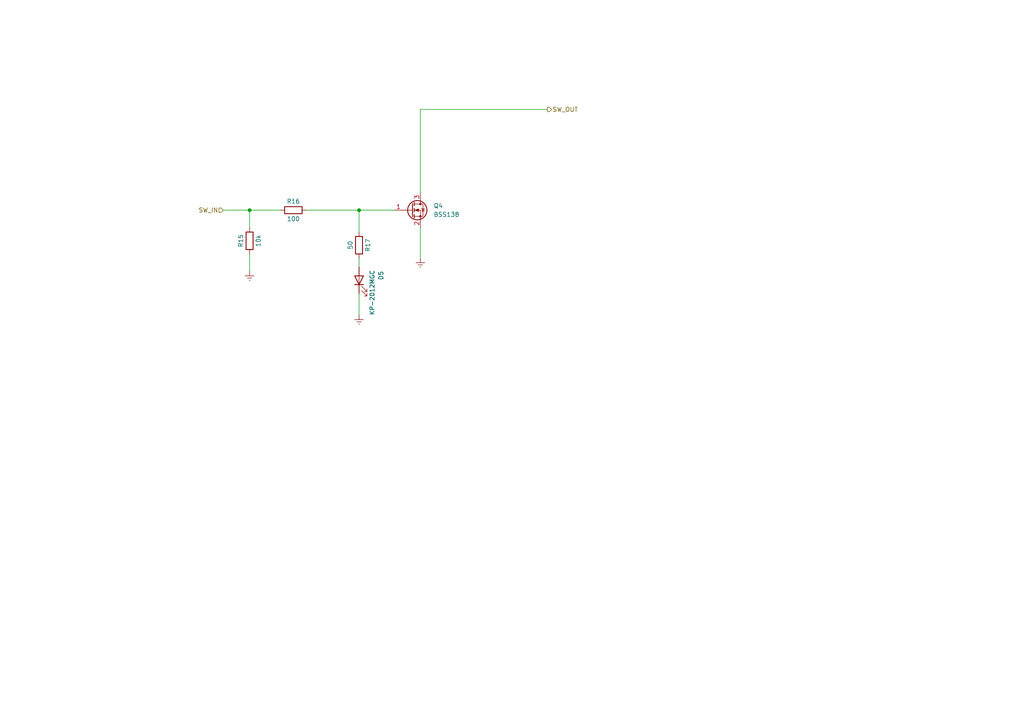
<source format=kicad_sch>
(kicad_sch (version 20231120) (generator "eeschema") (generator_version "8.0")
  (paper "A4")
  (lib_symbols
    (symbol "Device:LED" (pin_numbers hide) (pin_names (offset 1.016) hide)
      (property "Reference" "D" (at 0 2.54 0))
      (property "Value" "LED" (at 0 -2.54 0))
      (symbol "LED_0_1"
        (polyline (pts (xy -1.27 -1.27) (xy -1.27 1.27)) (stroke (width 0.254)))
        (polyline (pts (xy -1.27 0) (xy 1.27 0)))
        (polyline (pts (xy 1.27 -1.27) (xy 1.27 1.27) (xy -1.27 0) (xy 1.27 -1.27)) (stroke (width 0.254)))
        (polyline (pts (xy -3.048 -0.762) (xy -4.572 -2.286) (xy -3.81 -2.286) (xy -4.572 -2.286) (xy -4.572 -1.524)))
        (polyline (pts (xy -1.778 -0.762) (xy -3.302 -2.286) (xy -2.54 -2.286) (xy -3.302 -2.286) (xy -3.302 -1.524)))
      )
      (symbol "LED_1_1"
        (pin passive line (at -3.81 0 0) (length 2.54) (name "K") (number "1"))
        (pin passive line (at 3.81 0 180) (length 2.54) (name "A") (number "2"))
      )
    )
    (symbol "Device:R" (pin_numbers hide) (pin_names (offset 0))
      (property "Reference" "R" (at 2.032 0 90))
      (property "Value" "R" (at 0 0 90))
      (symbol "R_0_1"
        (rectangle (start -1.016 -2.54) (end 1.016 2.54) (stroke (width 0.254)))
      )
      (symbol "R_1_1"
        (pin passive line (at 0 3.81 270) (length 1.27) (name "~") (number "1"))
        (pin passive line (at 0 -3.81 90) (length 1.27) (name "~") (number "2"))
      )
    )
    (symbol "Transistor_FET:BSS138" (pin_names hide)
      (property "Reference" "Q" (at 5.08 1.905 0))
      (property "Value" "BSS138" (at 5.08 0 0))
      (symbol "BSS138_0_1"
        (polyline (pts (xy 0.254 0) (xy -2.54 0)))
        (polyline (pts (xy 0.254 1.905) (xy 0.254 -1.905)) (stroke (width 0.254)))
        (polyline (pts (xy 0.762 -1.27) (xy 0.762 -2.286)) (stroke (width 0.254)))
        (polyline (pts (xy 0.762 0.508) (xy 0.762 -0.508)) (stroke (width 0.254)))
        (polyline (pts (xy 0.762 2.286) (xy 0.762 1.27)) (stroke (width 0.254)))
        (polyline (pts (xy 2.54 2.54) (xy 2.54 1.778)))
        (polyline (pts (xy 2.54 -2.54) (xy 2.54 0) (xy 0.762 0)))
        (polyline (pts (xy 0.762 -1.778) (xy 3.302 -1.778) (xy 3.302 1.778) (xy 0.762 1.778)))
        (polyline (pts (xy 1.016 0) (xy 2.032 0.381) (xy 2.032 -0.381) (xy 1.016 0)) (fill (type outline)))
        (polyline (pts (xy 2.794 0.508) (xy 2.921 0.381) (xy 3.683 0.381) (xy 3.81 0.254)))
        (polyline (pts (xy 3.302 0.381) (xy 2.921 -0.254) (xy 3.683 -0.254) (xy 3.302 0.381)))
        (circle (center 1.651 0) (radius 2.794) (stroke (width 0.254)))
        (circle (center 2.54 -1.778) (radius 0.254) (fill (type outline)))
        (circle (center 2.54 1.778) (radius 0.254) (fill (type outline)))
      )
      (symbol "BSS138_1_1"
        (pin input line (at -5.08 0 0) (length 2.54) (name "G") (number "1"))
        (pin passive line (at 2.54 -5.08 90) (length 2.54) (name "S") (number "2"))
        (pin passive line (at 2.54 5.08 270) (length 2.54) (name "D") (number "3"))
      )
    )
    (symbol "power:Earth" (power) (pin_names (offset 0))
      (symbol "Earth_0_1"
        (polyline (pts (xy -0.635 -1.905) (xy 0.635 -1.905)))
        (polyline (pts (xy -0.127 -2.54) (xy 0.127 -2.54)))
        (polyline (pts (xy 0 -1.27) (xy 0 0)))
        (polyline (pts (xy 1.27 -1.27) (xy -1.27 -1.27)))
      )
      (symbol "Earth_1_1"
        (pin power_in line (at 0 0 270) (length 0) hide (name "Earth") (number "1"))
      )
    )
  )
  (junction (at 72.39 60.96))
  (junction (at 104.14 60.96))
  (wire (pts (xy 158.75 31.75) (xy 121.92 31.75)))
  (wire (pts (xy 114.3 60.96) (xy 104.14 60.96)))
  (wire (pts (xy 64.77 60.96) (xy 72.39 60.96)))
  (wire (pts (xy 121.92 31.75) (xy 121.92 55.88)))
  (wire (pts (xy 104.14 85.09) (xy 104.14 91.44)))
  (wire (pts (xy 72.39 60.96) (xy 72.39 66.04)))
  (wire (pts (xy 104.14 77.47) (xy 104.14 74.93)))
  (wire (pts (xy 72.39 60.96) (xy 81.28 60.96)))
  (wire (pts (xy 104.14 60.96) (xy 88.9 60.96)))
  (wire (pts (xy 121.92 74.93) (xy 121.92 66.04)))
  (wire (pts (xy 104.14 67.31) (xy 104.14 60.96)))
  (wire (pts (xy 72.39 73.66) (xy 72.39 78.74)))
  (hierarchical_label "SW_IN" (shape input) (at 64.77 60.96 180))
  (hierarchical_label "SW_OUT" (shape output) (at 158.75 31.75 0))
  (symbol (lib_id "Transistor_FET:BSS138") (at 119.38 60.96 0) (unit 1)
    (property "Reference" "Q4" (at 125.73 59.6899 0) (effects (justify left)))
    (property "Value" "BSS138" (at 125.73 62.2299 0) (effects (justify left)))
    (property "Footprint" "Package_TO_SOT_SMD:SOT-23" (effects (hide yes)))
    (property "Datasheet" "https://www.onsemi.com/pub/Collateral/BSS138-D.PDF" (effects (hide yes)))
    (property "Description" "50V Vds, 0.22A Id, N-Channel MOSFET, SOT-23" (effects (hide yes)))
    (instances (project "sensor_current_stand" (path "" (reference "Q4") (unit 1)) (path "" (reference "Q5") (unit 1)) (path "" (reference "Q15") (unit 1)) (path "" (reference "Q16") (unit 1)) (path "" (reference "Q21") (unit 1)) (path "" (reference "Q23") (unit 1)) (path "" (reference "Q30") (unit 1)) (path "" (reference "Q32") (unit 1)) (path "" (reference "Q3") (unit 1)) (path "" (reference "Q6") (unit 1)) (path "" (reference "Q7") (unit 1)) (path "" (reference "Q9") (unit 1)) (path "" (reference "Q10") (unit 1)) (path "" (reference "Q8") (unit 1)) (path "" (reference "Q11") (unit 1)) (path "" (reference "Q17") (unit 1)) (path "" (reference "Q12") (unit 1)) (path "" (reference "Q13") (unit 1)) (path "" (reference "Q14") (unit 1)) (path "" (reference "Q2") (unit 1)) (path "" (reference "Q18") (unit 1)) (path "" (reference "Q19") (unit 1)) (path "" (reference "Q22") (unit 1)) (path "" (reference "Q24") (unit 1)) (path "" (reference "Q25") (unit 1)) (path "" (reference "Q20") (unit 1)) (path "" (reference "Q26") (unit 1)) (path "" (reference "Q1") (unit 1)) (path "" (reference "Q27") (unit 1)) (path "" (reference "Q29") (unit 1)) (path "" (reference "Q28") (unit 1)) (path "" (reference "Q31") (unit 1))))
  )
  (symbol (lib_id "power:Earth") (at 121.92 74.93 0) (unit 1)
    (property "Reference" "#PWR034" (effects (hide yes)))
    (property "Value" "Earth" (effects (hide yes)))
    (instances (project "sensor_current_stand" (path "" (reference "#PWR034") (unit 1)) (path "" (reference "#PWR037") (unit 1)) (path "" (reference "#PWR068") (unit 1)) (path "" (reference "#PWR071") (unit 1)) (path "" (reference "#PWR088") (unit 1)) (path "" (reference "#PWR094") (unit 1)) (path "" (reference "#PWR0115") (unit 1)) (path "" (reference "#PWR0121") (unit 1)) (path "" (reference "#PWR030") (unit 1)) (path "" (reference "#PWR040") (unit 1)) (path "" (reference "#PWR043") (unit 1)) (path "" (reference "#PWR049") (unit 1)) (path "" (reference "#PWR052") (unit 1)) (path "" (reference "#PWR046") (unit 1)) (path "" (reference "#PWR055") (unit 1)) (path "" (reference "#PWR074") (unit 1)) (path "" (reference "#PWR059") (unit 1)) (path "" (reference "#PWR062") (unit 1)) (path "" (reference "#PWR065") (unit 1)) (path "" (reference "#PWR027") (unit 1)) (path "" (reference "#PWR077") (unit 1)) (path "" (reference "#PWR080") (unit 1)) (path "" (reference "#PWR091") (unit 1)) (path "" (reference "#PWR097") (unit 1)) (path "" (reference "#PWR0100") (unit 1)) (path "" (reference "#PWR085") (unit 1)) (path "" (reference "#PWR0103") (unit 1)) (path "" (reference "#PWR017") (unit 1)) (path "" (reference "#PWR0106") (unit 1)) (path "" (reference "#PWR0112") (unit 1)) (path "" (reference "#PWR0109") (unit 1)) (path "" (reference "#PWR0118") (unit 1))))
  )
  (symbol (lib_id "Device:LED") (at 104.14 81.28 90) (unit 1)
    (property "Reference" "D5" (at 110.49 81.28 0) (effects (justify left)))
    (property "Value" "KP-2012MGC" (at 107.95 91.44 0) (effects (justify left)))
    (property "Footprint" "LED_SMD:LED_0805_2012Metric_Pad1.15x1.40mm_HandSolder" (effects (hide yes)))
    (instances (project "sensor_current_stand" (path "" (reference "D5") (unit 1)) (path "" (reference "D6") (unit 1)) (path "" (reference "D16") (unit 1)) (path "" (reference "D17") (unit 1)) (path "" (reference "D22") (unit 1)) (path "" (reference "D24") (unit 1)) (path "" (reference "D31") (unit 1)) (path "" (reference "D33") (unit 1)) (path "" (reference "D4") (unit 1)) (path "" (reference "D7") (unit 1)) (path "" (reference "D8") (unit 1)) (path "" (reference "D10") (unit 1)) (path "" (reference "D11") (unit 1)) (path "" (reference "D9") (unit 1)) (path "" (reference "D12") (unit 1)) (path "" (reference "D18") (unit 1)) (path "" (reference "D13") (unit 1)) (path "" (reference "D14") (unit 1)) (path "" (reference "D15") (unit 1)) (path "" (reference "D3") (unit 1)) (path "" (reference "D19") (unit 1)) (path "" (reference "D20") (unit 1)) (path "" (reference "D23") (unit 1)) (path "" (reference "D25") (unit 1)) (path "" (reference "D26") (unit 1)) (path "" (reference "D21") (unit 1)) (path "" (reference "D27") (unit 1)) (path "" (reference "D2") (unit 1)) (path "" (reference "D28") (unit 1)) (path "" (reference "D30") (unit 1)) (path "" (reference "D29") (unit 1)) (path "" (reference "D32") (unit 1))))
  )
  (symbol (lib_id "power:Earth") (at 72.39 78.74 0) (unit 1)
    (property "Reference" "#PWR032" (effects (hide yes)))
    (property "Value" "Earth" (effects (hide yes)))
    (instances (project "sensor_current_stand" (path "" (reference "#PWR032") (unit 1)) (path "" (reference "#PWR035") (unit 1)) (path "" (reference "#PWR066") (unit 1)) (path "" (reference "#PWR069") (unit 1)) (path "" (reference "#PWR086") (unit 1)) (path "" (reference "#PWR092") (unit 1)) (path "" (reference "#PWR0113") (unit 1)) (path "" (reference "#PWR0119") (unit 1)) (path "" (reference "#PWR028") (unit 1)) (path "" (reference "#PWR038") (unit 1)) (path "" (reference "#PWR041") (unit 1)) (path "" (reference "#PWR047") (unit 1)) (path "" (reference "#PWR050") (unit 1)) (path "" (reference "#PWR044") (unit 1)) (path "" (reference "#PWR053") (unit 1)) (path "" (reference "#PWR072") (unit 1)) (path "" (reference "#PWR057") (unit 1)) (path "" (reference "#PWR060") (unit 1)) (path "" (reference "#PWR063") (unit 1)) (path "" (reference "#PWR025") (unit 1)) (path "" (reference "#PWR075") (unit 1)) (path "" (reference "#PWR078") (unit 1)) (path "" (reference "#PWR089") (unit 1)) (path "" (reference "#PWR095") (unit 1)) (path "" (reference "#PWR098") (unit 1)) (path "" (reference "#PWR083") (unit 1)) (path "" (reference "#PWR0101") (unit 1)) (path "" (reference "#PWR015") (unit 1)) (path "" (reference "#PWR0104") (unit 1)) (path "" (reference "#PWR0110") (unit 1)) (path "" (reference "#PWR0107") (unit 1)) (path "" (reference "#PWR0116") (unit 1))))
  )
  (symbol (lib_id "Device:R") (at 104.14 71.12 180) (unit 1)
    (property "Reference" "R17" (at 106.68 71.12 90))
    (property "Value" "50" (at 101.6 71.12 90))
    (property "Footprint" "Resistor_SMD:R_1206_3216Metric_Pad1.30x1.75mm_HandSolder" (effects (hide yes)))
    (instances (project "sensor_current_stand" (path "" (reference "R17") (unit 1)) (path "" (reference "R20") (unit 1)) (path "" (reference "R50") (unit 1)) (path "" (reference "R53") (unit 1)) (path "" (reference "R68") (unit 1)) (path "" (reference "R74") (unit 1)) (path "" (reference "R95") (unit 1)) (path "" (reference "R101") (unit 1)) (path "" (reference "R14") (unit 1)) (path "" (reference "R23") (unit 1)) (path "" (reference "R26") (unit 1)) (path "" (reference "R32") (unit 1)) (path "" (reference "R35") (unit 1)) (path "" (reference "R29") (unit 1)) (path "" (reference "R38") (unit 1)) (path "" (reference "R56") (unit 1)) (path "" (reference "R41") (unit 1)) (path "" (reference "R44") (unit 1)) (path "" (reference "R47") (unit 1)) (path "" (reference "R11") (unit 1)) (path "" (reference "R59") (unit 1)) (path "" (reference "R62") (unit 1)) (path "" (reference "R71") (unit 1)) (path "" (reference "R77") (unit 1)) (path "" (reference "R80") (unit 1)) (path "" (reference "R65") (unit 1)) (path "" (reference "R83") (unit 1)) (path "" (reference "R4") (unit 1)) (path "" (reference "R86") (unit 1)) (path "" (reference "R92") (unit 1)) (path "" (reference "R89") (unit 1)) (path "" (reference "R98") (unit 1))))
  )
  (symbol (lib_id "power:Earth") (at 104.14 91.44 0) (unit 1)
    (property "Reference" "#PWR033" (effects (hide yes)))
    (property "Value" "Earth" (effects (hide yes)))
    (instances (project "sensor_current_stand" (path "" (reference "#PWR033") (unit 1)) (path "" (reference "#PWR036") (unit 1)) (path "" (reference "#PWR067") (unit 1)) (path "" (reference "#PWR070") (unit 1)) (path "" (reference "#PWR087") (unit 1)) (path "" (reference "#PWR093") (unit 1)) (path "" (reference "#PWR0114") (unit 1)) (path "" (reference "#PWR0120") (unit 1)) (path "" (reference "#PWR029") (unit 1)) (path "" (reference "#PWR039") (unit 1)) (path "" (reference "#PWR042") (unit 1)) (path "" (reference "#PWR048") (unit 1)) (path "" (reference "#PWR051") (unit 1)) (path "" (reference "#PWR045") (unit 1)) (path "" (reference "#PWR054") (unit 1)) (path "" (reference "#PWR073") (unit 1)) (path "" (reference "#PWR058") (unit 1)) (path "" (reference "#PWR061") (unit 1)) (path "" (reference "#PWR064") (unit 1)) (path "" (reference "#PWR026") (unit 1)) (path "" (reference "#PWR076") (unit 1)) (path "" (reference "#PWR079") (unit 1)) (path "" (reference "#PWR090") (unit 1)) (path "" (reference "#PWR096") (unit 1)) (path "" (reference "#PWR099") (unit 1)) (path "" (reference "#PWR084") (unit 1)) (path "" (reference "#PWR0102") (unit 1)) (path "" (reference "#PWR016") (unit 1)) (path "" (reference "#PWR0105") (unit 1)) (path "" (reference "#PWR0111") (unit 1)) (path "" (reference "#PWR0108") (unit 1)) (path "" (reference "#PWR0117") (unit 1))))
  )
  (symbol (lib_id "Device:R") (at 72.39 69.85 0) (unit 1)
    (property "Reference" "R15" (at 69.85 69.85 90))
    (property "Value" "10k" (at 74.93 69.85 90))
    (property "Footprint" "Resistor_SMD:R_1206_3216Metric_Pad1.30x1.75mm_HandSolder" (effects (hide yes)))
    (instances (project "sensor_current_stand" (path "" (reference "R15") (unit 1)) (path "" (reference "R18") (unit 1)) (path "" (reference "R48") (unit 1)) (path "" (reference "R51") (unit 1)) (path "" (reference "R66") (unit 1)) (path "" (reference "R72") (unit 1)) (path "" (reference "R93") (unit 1)) (path "" (reference "R99") (unit 1)) (path "" (reference "R12") (unit 1)) (path "" (reference "R21") (unit 1)) (path "" (reference "R24") (unit 1)) (path "" (reference "R30") (unit 1)) (path "" (reference "R33") (unit 1)) (path "" (reference "R27") (unit 1)) (path "" (reference "R36") (unit 1)) (path "" (reference "R54") (unit 1)) (path "" (reference "R39") (unit 1)) (path "" (reference "R42") (unit 1)) (path "" (reference "R45") (unit 1)) (path "" (reference "R9") (unit 1)) (path "" (reference "R57") (unit 1)) (path "" (reference "R60") (unit 1)) (path "" (reference "R69") (unit 1)) (path "" (reference "R75") (unit 1)) (path "" (reference "R78") (unit 1)) (path "" (reference "R63") (unit 1)) (path "" (reference "R81") (unit 1)) (path "" (reference "R2") (unit 1)) (path "" (reference "R84") (unit 1)) (path "" (reference "R90") (unit 1)) (path "" (reference "R87") (unit 1)) (path "" (reference "R96") (unit 1))))
  )
  (symbol (lib_id "Device:R") (at 85.09 60.96 270) (unit 1)
    (property "Reference" "R16" (at 85.09 58.42 90))
    (property "Value" "100" (at 85.09 63.5 90))
    (property "Footprint" "Resistor_SMD:R_1206_3216Metric_Pad1.30x1.75mm_HandSolder" (effects (hide yes)))
    (instances (project "sensor_current_stand" (path "" (reference "R16") (unit 1)) (path "" (reference "R19") (unit 1)) (path "" (reference "R49") (unit 1)) (path "" (reference "R52") (unit 1)) (path "" (reference "R67") (unit 1)) (path "" (reference "R73") (unit 1)) (path "" (reference "R94") (unit 1)) (path "" (reference "R100") (unit 1)) (path "" (reference "R13") (unit 1)) (path "" (reference "R22") (unit 1)) (path "" (reference "R25") (unit 1)) (path "" (reference "R31") (unit 1)) (path "" (reference "R34") (unit 1)) (path "" (reference "R28") (unit 1)) (path "" (reference "R37") (unit 1)) (path "" (reference "R55") (unit 1)) (path "" (reference "R40") (unit 1)) (path "" (reference "R43") (unit 1)) (path "" (reference "R46") (unit 1)) (path "" (reference "R10") (unit 1)) (path "" (reference "R58") (unit 1)) (path "" (reference "R61") (unit 1)) (path "" (reference "R70") (unit 1)) (path "" (reference "R76") (unit 1)) (path "" (reference "R79") (unit 1)) (path "" (reference "R64") (unit 1)) (path "" (reference "R82") (unit 1)) (path "" (reference "R3") (unit 1)) (path "" (reference "R85") (unit 1)) (path "" (reference "R91") (unit 1)) (path "" (reference "R88") (unit 1)) (path "" (reference "R97") (unit 1))))
  )
)
</source>
